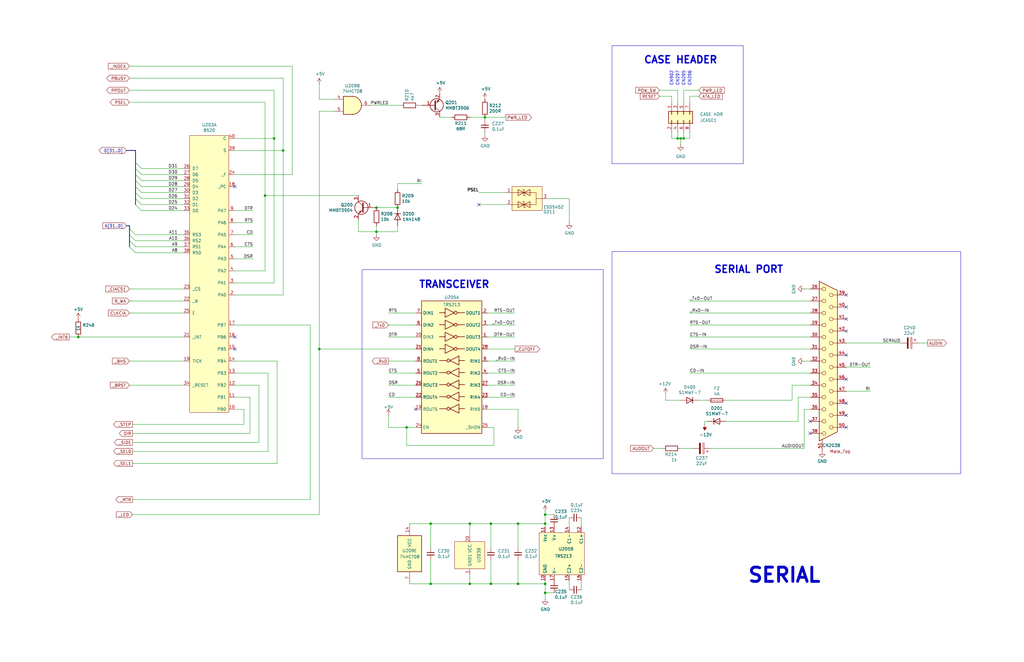
<source format=kicad_sch>
(kicad_sch (version 20231120) (generator "eeschema") (generator_version "8.0")
  (paper "B")
  (title_block (title "AMIGA PCI") (date "2025-04-07") (rev "5.1"))
  (junction (at 181.61 246.38))
  (junction (at 218.44 246.38))
  (junction (at 171.45 180.34))
  (junction (at 204.47 49.53))
  (junction (at 198.12 246.38))
  (junction (at 229.87 217.17))
  (junction (at 134.62 147.32))
  (junction (at 229.87 250.19))
  (junction (at 287.02 58.42))
  (junction (at 229.87 220.98))
  (junction (at 229.87 246.38))
  (junction (at 119.38 63.5))
  (junction (at 207.01 246.38))
  (junction (at 158.75 97.79))
  (junction (at 111.76 82.55))
  (junction (at 115.57 58.42))
  (junction (at 218.44 220.98))
  (junction (at 33.02 142.24))
  (junction (at 285.75 58.42))
  (junction (at 167.64 87.63))
  (junction (at 288.29 58.42))
  (junction (at 198.12 220.98))
  (junction (at 158.75 87.63))
  (junction (at 207.01 220.98))
  (junction (at 181.61 220.98))
  (no_connect (at 175.26 172.72))
  (no_connect (at 356.87 124.46))
  (no_connect (at 201.93 86.36))
  (no_connect (at 341.63 182.88))
  (no_connect (at 356.87 129.54))
  (no_connect (at 356.87 149.86))
  (no_connect (at 356.87 139.7))
  (no_connect (at 99.06 78.74))
  (no_connect (at 356.87 180.34))
  (no_connect (at 99.06 142.24))
  (no_connect (at 99.06 147.32))
  (no_connect (at 356.87 134.62))
  (no_connect (at 356.87 170.18))
  (no_connect (at 341.63 177.8))
  (no_connect (at 356.87 175.26))
  (no_connect (at 356.87 160.02))
  (bus_entry (at 59.69 71.12) (size -2.54 -2.54))
  (bus_entry (at 59.69 83.82) (size -2.54 -2.54))
  (bus_entry (at 59.69 86.36) (size -2.54 -2.54))
  (bus_entry (at 57.15 104.14) (size -2.54 -2.54))
  (bus_entry (at 59.69 81.28) (size -2.54 -2.54))
  (bus_entry (at 59.69 73.66) (size -2.54 -2.54))
  (bus_entry (at 59.69 76.2) (size -2.54 -2.54))
  (bus_entry (at 59.69 78.74) (size -2.54 -2.54))
  (bus_entry (at 57.15 99.06) (size -2.54 -2.54))
  (bus_entry (at 57.15 106.68) (size -2.54 -2.54))
  (bus_entry (at 59.69 88.9) (size -2.54 -2.54))
  (bus_entry (at 57.15 101.6) (size -2.54 -2.54))
  (wire (pts (xy 290.83 142.24) (xy 341.63 142.24)))
  (wire (pts (xy 198.12 246.38) (xy 207.01 246.38)))
  (wire (pts (xy 33.02 142.24) (xy 29.21 142.24)))
  (wire (pts (xy 205.74 142.24) (xy 217.17 142.24)))
  (wire (pts (xy 163.83 132.08) (xy 175.26 132.08)))
  (bus (pts (xy 54.61 96.52) (xy 54.61 99.06)))
  (wire (pts (xy 171.45 180.34) (xy 171.45 187.96)))
  (wire (pts (xy 198.12 220.98) (xy 198.12 226.06)))
  (wire (pts (xy 356.87 154.94) (xy 367.03 154.94)))
  (wire (pts (xy 171.45 187.96) (xy 208.28 187.96)))
  (wire (pts (xy 163.83 162.56) (xy 175.26 162.56)))
  (wire (pts (xy 185.42 49.53) (xy 190.5 49.53)))
  (wire (pts (xy 229.87 217.17) (xy 229.87 220.98)))
  (bus (pts (xy 57.15 81.28) (xy 57.15 83.82)))
  (wire (pts (xy 77.47 86.36) (xy 59.69 86.36)))
  (bus (pts (xy 57.15 68.58) (xy 57.15 71.12)))
  (wire (pts (xy 240.03 222.25) (xy 240.03 218.44)))
  (wire (pts (xy 55.88 217.17) (xy 134.62 217.17)))
  (bus (pts (xy 57.15 71.12) (xy 57.15 73.66)))
  (wire (pts (xy 116.84 195.58) (xy 55.88 195.58)))
  (wire (pts (xy 119.38 124.46) (xy 99.06 124.46)))
  (wire (pts (xy 134.62 46.99) (xy 140.97 46.99)))
  (wire (pts (xy 240.03 245.11) (xy 240.03 248.92)))
  (wire (pts (xy 205.74 172.72) (xy 218.44 172.72)))
  (bus (pts (xy 57.15 63.5) (xy 57.15 68.58)))
  (wire (pts (xy 341.63 172.72) (xy 339.09 172.72)))
  (wire (pts (xy 54.61 121.92) (xy 77.47 121.92)))
  (wire (pts (xy 134.62 41.91) (xy 134.62 35.56)))
  (wire (pts (xy 59.69 78.74) (xy 77.47 78.74)))
  (wire (pts (xy 290.83 55.88) (xy 290.83 58.42)))
  (wire (pts (xy 207.01 220.98) (xy 218.44 220.98)))
  (wire (pts (xy 99.06 58.42) (xy 115.57 58.42)))
  (wire (pts (xy 163.83 152.4) (xy 175.26 152.4)))
  (bus (pts (xy 57.15 76.2) (xy 57.15 78.74)))
  (wire (pts (xy 163.83 180.34) (xy 171.45 180.34)))
  (wire (pts (xy 113.03 157.48) (xy 113.03 190.5)))
  (wire (pts (xy 285.75 43.18) (xy 285.75 38.1)))
  (wire (pts (xy 181.61 246.38) (xy 172.72 246.38)))
  (wire (pts (xy 119.38 33.02) (xy 54.61 33.02)))
  (wire (pts (xy 287.02 60.96) (xy 287.02 58.42)))
  (wire (pts (xy 99.06 99.06) (xy 106.68 99.06)))
  (wire (pts (xy 77.47 162.56) (xy 54.61 162.56)))
  (wire (pts (xy 204.47 55.88) (xy 204.47 57.15)))
  (wire (pts (xy 306.07 177.8) (xy 336.55 177.8)))
  (wire (pts (xy 198.12 49.53) (xy 204.47 49.53)))
  (wire (pts (xy 77.47 142.24) (xy 33.02 142.24)))
  (wire (pts (xy 205.74 132.08) (xy 217.17 132.08)))
  (wire (pts (xy 77.47 81.28) (xy 59.69 81.28)))
  (wire (pts (xy 130.81 137.16) (xy 130.81 210.82)))
  (wire (pts (xy 290.83 127) (xy 341.63 127)))
  (wire (pts (xy 231.14 83.82) (xy 240.03 83.82)))
  (wire (pts (xy 99.06 109.22) (xy 106.68 109.22)))
  (wire (pts (xy 280.67 166.37) (xy 280.67 168.91)))
  (wire (pts (xy 111.76 82.55) (xy 111.76 114.3)))
  (wire (pts (xy 229.87 220.98) (xy 229.87 222.25)))
  (bus (pts (xy 53.34 95.25) (xy 54.61 95.25)))
  (wire (pts (xy 77.47 127) (xy 54.61 127)))
  (wire (pts (xy 99.06 162.56) (xy 109.22 162.56)))
  (wire (pts (xy 115.57 38.1) (xy 54.61 38.1)))
  (wire (pts (xy 163.83 137.16) (xy 175.26 137.16)))
  (wire (pts (xy 99.06 73.66) (xy 123.19 73.66)))
  (wire (pts (xy 201.93 86.36) (xy 213.36 86.36)))
  (wire (pts (xy 278.13 38.1) (xy 285.75 38.1)))
  (wire (pts (xy 205.74 167.64) (xy 217.17 167.64)))
  (wire (pts (xy 290.83 58.42) (xy 288.29 58.42)))
  (wire (pts (xy 181.61 220.98) (xy 198.12 220.98)))
  (wire (pts (xy 115.57 58.42) (xy 115.57 38.1)))
  (wire (pts (xy 205.74 162.56) (xy 217.17 162.56)))
  (wire (pts (xy 102.87 172.72) (xy 102.87 179.07)))
  (wire (pts (xy 290.83 137.16) (xy 341.63 137.16)))
  (wire (pts (xy 334.01 168.91) (xy 334.01 162.56)))
  (wire (pts (xy 290.83 43.18) (xy 290.83 40.64)))
  (wire (pts (xy 288.29 43.18) (xy 288.29 38.1)))
  (wire (pts (xy 339.09 152.4) (xy 341.63 152.4)))
  (wire (pts (xy 356.87 144.78) (xy 379.73 144.78)))
  (wire (pts (xy 158.75 97.79) (xy 167.64 97.79)))
  (wire (pts (xy 167.64 77.47) (xy 177.8 77.47)))
  (wire (pts (xy 336.55 167.64) (xy 341.63 167.64)))
  (wire (pts (xy 204.47 49.53) (xy 204.47 50.8)))
  (wire (pts (xy 111.76 82.55) (xy 151.13 82.55)))
  (wire (pts (xy 59.69 83.82) (xy 77.47 83.82)))
  (wire (pts (xy 163.83 175.26) (xy 163.83 180.34)))
  (wire (pts (xy 113.03 190.5) (xy 55.88 190.5)))
  (wire (pts (xy 283.21 43.18) (xy 283.21 40.64)))
  (wire (pts (xy 57.15 106.68) (xy 77.47 106.68)))
  (wire (pts (xy 163.83 157.48) (xy 175.26 157.48)))
  (wire (pts (xy 285.75 58.42) (xy 283.21 58.42)))
  (wire (pts (xy 77.47 99.06) (xy 57.15 99.06)))
  (wire (pts (xy 156.21 44.45) (xy 168.91 44.45)))
  (wire (pts (xy 283.21 40.64) (xy 278.13 40.64)))
  (wire (pts (xy 134.62 46.99) (xy 134.62 147.32)))
  (wire (pts (xy 172.72 220.98) (xy 181.61 220.98)))
  (wire (pts (xy 181.61 246.38) (xy 198.12 246.38)))
  (wire (pts (xy 198.12 242.57) (xy 198.12 246.38)))
  (wire (pts (xy 115.57 119.38) (xy 99.06 119.38)))
  (wire (pts (xy 158.75 87.63) (xy 167.64 87.63)))
  (wire (pts (xy 77.47 152.4) (xy 54.61 152.4)))
  (wire (pts (xy 218.44 236.22) (xy 218.44 246.38)))
  (wire (pts (xy 287.02 58.42) (xy 285.75 58.42)))
  (wire (pts (xy 176.53 44.45) (xy 177.8 44.45)))
  (wire (pts (xy 229.87 250.19) (xy 229.87 246.38)))
  (wire (pts (xy 290.83 132.08) (xy 341.63 132.08)))
  (bus (pts (xy 57.15 63.5) (xy 53.34 63.5)))
  (wire (pts (xy 245.11 245.11) (xy 245.11 248.92)))
  (bus (pts (xy 57.15 78.74) (xy 57.15 81.28)))
  (wire (pts (xy 181.61 220.98) (xy 181.61 231.14)))
  (wire (pts (xy 151.13 92.71) (xy 151.13 97.79)))
  (wire (pts (xy 205.74 157.48) (xy 217.17 157.48)))
  (wire (pts (xy 299.72 189.23) (xy 339.09 189.23)))
  (wire (pts (xy 123.19 27.94) (xy 54.61 27.94)))
  (wire (pts (xy 163.83 142.24) (xy 175.26 142.24)))
  (wire (pts (xy 77.47 76.2) (xy 59.69 76.2)))
  (wire (pts (xy 99.06 152.4) (xy 116.84 152.4)))
  (wire (pts (xy 229.87 250.19) (xy 233.68 250.19)))
  (wire (pts (xy 105.41 167.64) (xy 105.41 182.88)))
  (wire (pts (xy 218.44 220.98) (xy 229.87 220.98)))
  (wire (pts (xy 290.83 157.48) (xy 341.63 157.48)))
  (wire (pts (xy 163.83 167.64) (xy 175.26 167.64)))
  (wire (pts (xy 77.47 104.14) (xy 57.15 104.14)))
  (wire (pts (xy 207.01 220.98) (xy 207.01 231.14)))
  (wire (pts (xy 204.47 49.53) (xy 213.36 49.53)))
  (wire (pts (xy 218.44 246.38) (xy 229.87 246.38)))
  (wire (pts (xy 116.84 152.4) (xy 116.84 195.58)))
  (wire (pts (xy 77.47 101.6) (xy 57.15 101.6)))
  (wire (pts (xy 102.87 179.07) (xy 55.88 179.07)))
  (wire (pts (xy 167.64 80.01) (xy 167.64 77.47)))
  (bus (pts (xy 57.15 83.82) (xy 57.15 86.36)))
  (wire (pts (xy 290.83 147.32) (xy 341.63 147.32)))
  (wire (pts (xy 292.1 189.23) (xy 287.02 189.23)))
  (wire (pts (xy 181.61 236.22) (xy 181.61 246.38)))
  (wire (pts (xy 99.06 137.16) (xy 130.81 137.16)))
  (wire (pts (xy 208.28 187.96) (xy 208.28 180.34)))
  (wire (pts (xy 109.22 162.56) (xy 109.22 186.69)))
  (wire (pts (xy 111.76 43.18) (xy 54.61 43.18)))
  (bus (pts (xy 54.61 101.6) (xy 54.61 104.14)))
  (wire (pts (xy 288.29 55.88) (xy 288.29 58.42)))
  (wire (pts (xy 387.35 144.78) (xy 391.16 144.78)))
  (wire (pts (xy 99.06 88.9) (xy 106.68 88.9)))
  (wire (pts (xy 115.57 58.42) (xy 115.57 119.38)))
  (wire (pts (xy 229.87 215.9) (xy 229.87 217.17)))
  (wire (pts (xy 134.62 147.32) (xy 134.62 217.17)))
  (wire (pts (xy 205.74 137.16) (xy 217.17 137.16)))
  (wire (pts (xy 279.4 189.23) (xy 275.59 189.23)))
  (wire (pts (xy 334.01 162.56) (xy 341.63 162.56)))
  (wire (pts (xy 140.97 41.91) (xy 134.62 41.91)))
  (wire (pts (xy 59.69 73.66) (xy 77.47 73.66)))
  (wire (pts (xy 207.01 246.38) (xy 218.44 246.38)))
  (wire (pts (xy 105.41 182.88) (xy 55.88 182.88)))
  (wire (pts (xy 339.09 121.92) (xy 341.63 121.92)))
  (wire (pts (xy 240.03 83.82) (xy 240.03 93.98)))
  (wire (pts (xy 134.62 147.32) (xy 175.26 147.32)))
  (wire (pts (xy 151.13 97.79) (xy 158.75 97.79)))
  (bus (pts (xy 54.61 95.25) (xy 54.61 96.52)))
  (wire (pts (xy 356.87 165.1) (xy 367.03 165.1)))
  (wire (pts (xy 198.12 220.98) (xy 207.01 220.98)))
  (wire (pts (xy 158.75 97.79) (xy 158.75 95.25)))
  (wire (pts (xy 207.01 236.22) (xy 207.01 246.38)))
  (wire (pts (xy 99.06 63.5) (xy 119.38 63.5)))
  (wire (pts (xy 99.06 93.98) (xy 106.68 93.98)))
  (wire (pts (xy 229.87 245.11) (xy 229.87 246.38)))
  (wire (pts (xy 229.87 217.17) (xy 233.68 217.17)))
  (wire (pts (xy 288.29 58.42) (xy 287.02 58.42)))
  (wire (pts (xy 111.76 82.55) (xy 111.76 43.18)))
  (wire (pts (xy 205.74 152.4) (xy 217.17 152.4)))
  (wire (pts (xy 99.06 157.48) (xy 113.03 157.48)))
  (wire (pts (xy 99.06 167.64) (xy 105.41 167.64)))
  (wire (pts (xy 167.64 97.79) (xy 167.64 95.25)))
  (wire (pts (xy 297.18 179.07) (xy 297.18 177.8)))
  (wire (pts (xy 229.87 252.73) (xy 229.87 250.19)))
  (wire (pts (xy 158.75 99.06) (xy 158.75 97.79)))
  (wire (pts (xy 218.44 220.98) (xy 218.44 231.14)))
  (wire (pts (xy 297.18 177.8) (xy 298.45 177.8)))
  (wire (pts (xy 130.81 210.82) (xy 55.88 210.82)))
  (wire (pts (xy 119.38 63.5) (xy 119.38 33.02)))
  (wire (pts (xy 306.07 168.91) (xy 334.01 168.91)))
  (wire (pts (xy 288.29 38.1) (xy 294.64 38.1)))
  (wire (pts (xy 283.21 55.88) (xy 283.21 58.42)))
  (wire (pts (xy 99.06 172.72) (xy 102.87 172.72)))
  (wire (pts (xy 99.06 114.3) (xy 111.76 114.3)))
  (wire (pts (xy 201.93 81.28) (xy 213.36 81.28)))
  (wire (pts (xy 171.45 180.34) (xy 175.26 180.34)))
  (wire (pts (xy 245.11 222.25) (xy 245.11 218.44)))
  (wire (pts (xy 99.06 104.14) (xy 106.68 104.14)))
  (wire (pts (xy 285.75 55.88) (xy 285.75 58.42)))
  (wire (pts (xy 339.09 172.72) (xy 339.09 189.23)))
  (wire (pts (xy 208.28 180.34) (xy 205.74 180.34)))
  (bus (pts (xy 57.15 73.66) (xy 57.15 76.2)))
  (wire (pts (xy 123.19 73.66) (xy 123.19 27.94)))
  (wire (pts (xy 77.47 88.9) (xy 59.69 88.9)))
  (wire (pts (xy 77.47 71.12) (xy 59.69 71.12)))
  (wire (pts (xy 218.44 172.72) (xy 218.44 180.34)))
  (wire (pts (xy 280.67 168.91) (xy 287.02 168.91)))
  (wire (pts (xy 119.38 63.5) (xy 119.38 124.46)))
  (wire (pts (xy 109.22 186.69) (xy 55.88 186.69)))
  (wire (pts (xy 290.83 40.64) (xy 294.64 40.64)))
  (bus (pts (xy 54.61 99.06) (xy 54.61 101.6)))
  (wire (pts (xy 54.61 132.08) (xy 77.47 132.08)))
  (wire (pts (xy 298.45 168.91) (xy 294.64 168.91)))
  (wire (pts (xy 205.74 147.32) (xy 217.17 147.32)))
  (wire (pts (xy 336.55 177.8) (xy 336.55 167.64)))
  (rectangle (start 258.064 106.172) (end 405.13 199.898))
  (rectangle (start 152.654 113.792) (end 254.4 193.548))
  (rectangle (start 258.064 19.304) (end 313.436 69.088))
  (text "SERIAL" (at 314.96 246.38 0) (effects (font (size 6 6) (thickness 1.2) (bold yes)) (justify left bottom)))
  (text "SERIAL PORT" (at 300.99 115.57 0) (effects (font (size 3 3) (thickness 0.6) (bold yes)) (justify left bottom)))
  (text "CN205" (at 288.29 33.02 90) (effects (font (size 1.27 1.27))))
  (text "CASE HEADER" (at 287.02 25.4 0) (effects (font (size 3 3) (thickness 0.6) (bold yes))))
  (text "TRANSCEIVER" (at 176.53 121.92 0) (effects (font (size 3 3) (bold yes)) (justify left bottom)))
  (text "CN207" (at 285.75 33.02 90) (effects (font (size 1.27 1.27))))
  (text "CN206" (at 290.83 33.02 90) (effects (font (size 1.27 1.27))))
  (text "CN902" (at 283.21 33.02 90) (effects (font (size 1.27 1.27))))
  (label "D27" (at 74.93 81.28 180) (effects (font (size 1.2954 1.2954))))
  (label "RI" (at 367.03 165.1 180))
  (label "_TxD-OUT" (at 290.83 127 0))
  (label "PWRLED" (at 156.21 44.45 0))
  (label "DTR-OUT" (at 367.03 154.94 180))
  (label "CTS-IN" (at 290.83 142.24 0))
  (label "D28" (at 74.93 78.74 180) (effects (font (size 1.2954 1.2954))))
  (label "CD" (at 163.83 167.64 0))
  (label "CTS" (at 106.68 104.14 180))
  (label "_RxD-IN" (at 290.83 132.08 0))
  (label "RTS-OUT" (at 217.17 132.08 180))
  (label "RTS" (at 163.83 132.08 0))
  (label "CTS" (at 163.83 157.48 0))
  (label "D26" (at 74.93 83.82 180) (effects (font (size 1.2954 1.2954))))
  (label "DSR-IN" (at 290.83 147.32 0))
  (label "CTS-IN" (at 217.17 157.48 180))
  (label "CD-IN" (at 217.17 167.64 180))
  (label "SERAUD" (at 379.73 144.78 180))
  (label "_RxD-IN" (at 217.17 152.4 180))
  (label "DTR" (at 163.83 142.24 0))
  (label "A10" (at 74.93 101.6 180) (effects (font (size 1.2954 1.2954))))
  (label "RTS-OUT" (at 290.83 137.16 0))
  (label "DTR" (at 106.68 88.9 180))
  (label "A8" (at 74.93 106.68 180) (effects (font (size 1.2954 1.2954))))
  (label "D25" (at 74.93 86.36 180) (effects (font (size 1.2954 1.2954))))
  (label "A11" (at 74.93 99.06 180) (effects (font (size 1.2954 1.2954))))
  (label "DSR" (at 163.83 162.56 0))
  (label "RTS" (at 106.68 93.98 180))
  (label "DSR-IN" (at 217.17 162.56 180))
  (label "CD-IN" (at 290.83 157.48 0))
  (label "RI" (at 177.8 77.47 180))
  (label "CD" (at 106.68 99.06 180))
  (label "PSEL" (at 201.93 81.28 180) (effects (font (bold yes))))
  (label "DSR" (at 106.68 109.22 180))
  (label "D31" (at 74.93 71.12 180) (effects (font (size 1.2954 1.2954))))
  (label "DTR-OUT" (at 217.17 142.24 180))
  (label "D30" (at 74.93 73.66 180) (effects (font (size 1.2954 1.2954))))
  (label "_TxD-OUT" (at 217.17 137.16 180))
  (label "A9" (at 74.93 104.14 180) (effects (font (size 1.2954 1.2954))))
  (label "D29" (at 74.93 76.2 180) (effects (font (size 1.2954 1.2954))))
  (label "AUDIOOUT" (at 339.09 189.23 180))
  (label "D24" (at 74.93 88.9 180) (effects (font (size 1.2954 1.2954))))
  (global_label "_INDEX" (shape input) (at 54.61 27.94 180) (property "Intersheetrefs" "${INTERSHEET_REFS}" (at 45.1728 27.94 0) (effects (justify right))))
  (global_label "A[31..0]" (shape input) (at 53.34 95.25 180) (property "Intersheetrefs" "${INTERSHEET_REFS}" (at 42.8141 95.25 0) (effects (justify right))))
  (global_label "PWR_LED" (shape output) (at 213.36 49.53 0) (property "Intersheetrefs" "${INTERSHEET_REFS}" (at 224.7513 49.53 0) (effects (justify left))))
  (global_label "ATA_LED" (shape input) (at 294.64 40.64 0) (property "Intersheetrefs" "${INTERSHEET_REFS}" (at 305.1847 40.64 0) (effects (justify left))))
  (global_label "PWR_LED" (shape input) (at 294.64 38.1 0) (property "Intersheetrefs" "${INTERSHEET_REFS}" (at 306.0313 38.1 0) (effects (justify left))))
  (global_label "PSEL" (shape bidirectional) (at 54.61 43.18 180) (property "Intersheetrefs" "${INTERSHEET_REFS}" (at 45.9363 43.18 0) (effects (justify right))))
  (global_label "_SIDE" (shape output) (at 55.88 186.69 180) (property "Intersheetrefs" "${INTERSHEET_REFS}" (at 47.7733 186.69 0) (effects (justify right))))
  (global_label "RESET" (shape input) (at 278.13 40.64 180) (property "Intersheetrefs" "${INTERSHEET_REFS}" (at 269.3997 40.64 0) (effects (justify right))))
  (global_label "AUDIN" (shape output) (at 391.16 144.78 0) (property "Intersheetrefs" "${INTERSHEET_REFS}" (at 399.6902 144.78 0) (effects (justify left))))
  (global_label "D[31..0]" (shape bidirectional) (at 53.34 63.5 180) (effects (font (size 1.2954 1.2954))) (property "Intersheetrefs" "${INTERSHEET_REFS}" (at 41.2856 63.5 0) (effects (justify right))))
  (global_label "AUDOUT" (shape input) (at 275.59 189.23 180) (property "Intersheetrefs" "${INTERSHEET_REFS}" (at 265.3665 189.23 0) (effects (justify right))))
  (global_label "_TxD" (shape input) (at 163.83 137.16 180) (property "Intersheetrefs" "${INTERSHEET_REFS}" (at 156.6909 137.16 0) (effects (justify right))))
  (global_label "_RxD" (shape output) (at 163.83 152.4 180) (property "Intersheetrefs" "${INTERSHEET_REFS}" (at 156.3885 152.4 0) (effects (justify right))))
  (global_label "PPOUT" (shape bidirectional) (at 54.61 38.1 180) (property "Intersheetrefs" "${INTERSHEET_REFS}" (at 44.4243 38.1 0) (effects (justify right))))
  (global_label "_SEL1" (shape output) (at 55.88 195.58 180) (property "Intersheetrefs" "${INTERSHEET_REFS}" (at 47.4105 195.58 0) (effects (justify right))))
  (global_label "DIR" (shape output) (at 55.88 182.88 180) (property "Intersheetrefs" "${INTERSHEET_REFS}" (at 49.8294 182.88 0) (effects (justify right))))
  (global_label "PBUSY" (shape bidirectional) (at 54.61 33.02 180) (property "Intersheetrefs" "${INTERSHEET_REFS}" (at 44.4243 33.02 0) (effects (justify right))))
  (global_label "R_WA" (shape input) (at 54.61 127 180) (property "Intersheetrefs" "${INTERSHEET_REFS}" (at 46.8472 127 0) (effects (justify right))))
  (global_label "_MTR" (shape output) (at 55.88 210.82 180) (property "Intersheetrefs" "${INTERSHEET_REFS}" (at 48.3176 210.82 0) (effects (justify right))))
  (global_label "_CUTOFF" (shape output) (at 217.17 147.32 0) (property "Intersheetrefs" "${INTERSHEET_REFS}" (at 228.1192 147.32 0) (effects (justify left))))
  (global_label "POW_SW" (shape input) (at 278.13 38.1 180) (property "Intersheetrefs" "${INTERSHEET_REFS}" (at 267.4644 38.1 0) (effects (justify right))))
  (global_label "_SEL0" (shape output) (at 55.88 190.5 180) (property "Intersheetrefs" "${INTERSHEET_REFS}" (at 47.4105 190.5 0) (effects (justify right))))
  (global_label "_STEP" (shape output) (at 55.88 179.07 180) (property "Intersheetrefs" "${INTERSHEET_REFS}" (at 47.4105 179.07 0) (effects (justify right))))
  (global_label "_BRST" (shape input) (at 54.61 162.56 180) (property "Intersheetrefs" "${INTERSHEET_REFS}" (at 46.0195 162.56 0) (effects (justify right))))
  (global_label "_BHS" (shape input) (at 54.61 152.4 180) (property "Intersheetrefs" "${INTERSHEET_REFS}" (at 46.9266 152.4 0) (effects (justify right))))
  (global_label "_LED" (shape input) (at 55.88 217.17 180) (property "Intersheetrefs" "${INTERSHEET_REFS}" (at 48.5595 217.17 0) (effects (justify right))))
  (global_label "_CIACS1" (shape input) (at 54.61 121.92 180) (property "Intersheetrefs" "${INTERSHEET_REFS}" (at 44.0048 121.92 0) (effects (justify right))))
  (global_label "CLKCIA" (shape input) (at 54.61 132.08 180) (property "Intersheetrefs" "${INTERSHEET_REFS}" (at 45.1727 132.08 0) (effects (justify right))))
  (global_label "_INT6" (shape output) (at 29.21 142.24 180) (property "Intersheetrefs" "${INTERSHEET_REFS}" (at 21.1448 142.24 0) (effects (justify right))))
  (symbol (lib_id "power:GND") (at 218.44 180.34 0) (unit 1)
    (property "Reference" "#PWR023" (effects (hide yes)))
    (property "Value" "GND" (at 218.44 184.4755 0))
  )
  (symbol (lib_id "Transistor_BJT:MMBT3904") (at 153.67 87.63 0) (mirror y) (unit 1)
    (property "Reference" "Q200" (at 148.8186 86.4616 0) (effects (justify left)))
    (property "Value" "MMBT3904" (at 148.8186 88.773 0) (effects (justify left)))
    (property "Footprint" "Package_TO_SOT_SMD:SOT-23" (effects (hide yes)))
    (property "Datasheet" "https://www.onsemi.com/pdf/datasheet/pzt3904-d.pdf" (effects (hide yes)))
    (instances (project "AmigaPCI Mainboard" (path "" (reference "Q200") (unit 1))) (project "2000ATX" (path "" (reference "Q300") (unit 1))))
  )
  (symbol (lib_id "Transistor_BJT:MMBT3906") (at 182.88 44.45 0) (mirror x) (unit 1)
    (property "Reference" "Q201" (at 187.7314 43.2816 0) (effects (justify left)))
    (property "Value" "MMBT3906" (at 187.7314 45.593 0) (effects (justify left)))
    (property "Footprint" "Package_TO_SOT_SMD:SOT-23" (effects (hide yes)))
    (property "Datasheet" "https://www.onsemi.com/pdf/datasheet/pzt3906-d.pdf" (effects (hide yes)))
    (instances (project "AmigaPCI Mainboard" (path "" (reference "Q201") (unit 1))) (project "2000ATX" (path "" (reference "Q302") (unit 1))))
  )
  (symbol (lib_id "Device:R") (at 172.72 44.45 90) (unit 1)
    (property "Reference" "R210" (at 171.5516 42.672 0) (effects (justify left)))
    (property "Value" "4k7" (at 173.863 42.672 0) (effects (justify left)))
    (property "Footprint" "Resistor_SMD:R_0603_1608Metric" (effects (hide yes)))
    (instances (project "AmigaPCI Mainboard" (path "" (reference "R210") (unit 1))) (project "2000ATX" (path "" (reference "R902") (unit 1))))
  )
  (symbol (lib_id "Device:C_Small") (at 218.44 233.68 0) (unit 1)
    (property "Reference" "C232" (at 221.361 232.5116 0) (effects (justify left)))
    (property "Value" "0.1uF" (at 221.361 234.823 0) (effects (justify left)))
    (property "Footprint" "Capacitor_SMD:C_0603_1608Metric" (effects (hide yes)))
    (instances (project "AmigaPCI Mainboard" (path "" (reference "C232") (unit 1))) (project "2000ATX" (path "" (reference "C301") (unit 1))))
  )
  (symbol (lib_id "power:+5V") (at 134.62 35.56 0) (unit 1)
    (property "Reference" "#PWR0139" (effects (hide yes)))
    (property "Value" "+5V" (at 135.001 31.1658 0))
    (instances (project "AmigaPCI Mainboard" (path "" (reference "#PWR0139") (unit 1))) (project "2000ATX" (path "" (reference "#PWR0292") (unit 1))))
  )
  (symbol (lib_id "Device:C_Small") (at 233.68 219.71 0) (mirror x) (unit 1)
    (property "Reference" "C233" (at 233.934 215.8746 0) (effects (justify left)))
    (property "Value" "0.1uF" (at 233.934 218.186 0) (effects (justify left)))
    (property "Footprint" "Capacitor_SMD:C_0603_1608Metric" (effects (hide yes)))
    (instances (project "AmigaPCI Mainboard" (path "" (reference "C233") (unit 1))) (project "2000ATX" (path "" (reference "C301") (unit 1))))
  )
  (symbol (lib_id "power:GND") (at 229.87 252.73 0) (unit 1)
    (property "Reference" "#PWR0165" (effects (hide yes)))
    (property "Value" "GND" (at 229.997 257.1242 0))
    (instances (project "AmigaPCI Mainboard" (path "" (reference "#PWR0165") (unit 1))) (project "2000ATX" (path "" (reference "#PWR0328") (unit 1))))
  )
  (symbol (lib_id "Device:R") (at 158.75 91.44 0) (unit 1)
    (property "Reference" "R208" (at 160.528 90.2716 0) (effects (justify left)))
    (property "Value" "10k" (at 160.528 92.583 0) (effects (justify left)))
    (property "Footprint" "Resistor_SMD:R_0603_1608Metric" (effects (hide yes)))
    (instances (project "AmigaPCI Mainboard" (path "" (reference "R208") (unit 1))) (project "2000ATX" (path "" (reference "R305") (unit 1))))
  )
  (symbol (lib_id "power:+5V") (at 185.42 39.37 0) (unit 1)
    (property "Reference" "#PWR0144" (effects (hide yes)))
    (property "Value" "+5V" (at 185.801 34.9758 0))
    (instances (project "AmigaPCI Mainboard" (path "" (reference "#PWR0144") (unit 1))) (project "2000ATX" (path "" (reference "#PWR0293") (unit 1))))
  )
  (symbol (lib_id "power:-12V") (at 297.18 179.07 0) (mirror x) (unit 1)
    (property "Reference" "#PWR0185" (effects (hide yes)))
    (property "Value" "-12V" (at 297.561 183.4642 0))
    (instances (project "AmigaPCI Mainboard" (path "" (reference "#PWR0185") (unit 1))) (project "2000ATX" (path "" (reference "#PWR0313") (unit 1))))
  )
  (symbol (lib_id "Device:C_Polarized") (at 295.91 189.23 270) (mirror x) (unit 1)
    (property "Reference" "C237" (at 295.91 193.2686 90))
    (property "Value" "22uF" (at 295.91 195.58 90))
    (property "Footprint" "Capacitor_THT:CP_Radial_D5.0mm_P2.00mm" (effects (hide yes)))
    (instances (project "AmigaPCI Mainboard" (path "" (reference "C237") (unit 1))) (project "2000ATX" (path "" (reference "C318") (unit 1)) (path "" (reference "C318") (unit 1))))
  )
  (symbol (lib_id "Device:R") (at 167.64 83.82 0) (unit 1)
    (property "Reference" "R209" (at 169.418 82.6516 0) (effects (justify left)))
    (property "Value" "10k" (at 169.418 84.963 0) (effects (justify left)))
    (property "Footprint" "Resistor_SMD:R_0603_1608Metric" (effects (hide yes)))
    (instances (project "AmigaPCI Mainboard" (path "" (reference "R209") (unit 1))) (project "2000ATX" (path "" (reference "R306") (unit 1))))
  )
  (symbol (lib_id "Diode:1N4001") (at 302.26 177.8 0) (mirror x) (unit 1)
    (property "Reference" "D201" (at 302.26 172.2882 0))
    (property "Value" "S1MWF-7" (at 302.26 174.5996 0))
    (property "Footprint" "Diode_SMD:D_SOD-123F" (effects (hide yes)))
    (property "Datasheet" "http://www.vishay.com/docs/88503/1n4001.pdf" (effects (hide yes)))
    (instances (project "AmigaPCI Mainboard" (path "" (reference "D201") (unit 1))) (project "2000ATX" (path "" (reference "D401") (unit 1))))
  )
  (symbol (lib_id "Device:R") (at 33.02 138.43 0) (unit 1)
    (property "Reference" "R248" (at 34.798 137.2616 0) (effects (justify left)))
    (property "Value" "1k" (at 33.02 139.7 90) (effects (justify left)))
    (property "Footprint" "Resistor_SMD:R_0603_1608Metric" (effects (hide yes)))
  )
  (symbol (lib_id "AmigaPCI-Symbols:MOS 8520") (at 198.12 234.95 0) (unit 2)
    (property "Reference" "U203" (at 201.93 237.49 90) (effects (justify left)))
    (property "Value" "8520" (effects (hide yes)))
    (property "Footprint" "Package_DIP:DIP-40_W15.24mm_Socket" (effects (hide yes)))
    (instances (project "AmigaPCI Mainboard" (path "" (reference "U203") (unit 2))) (project "2000ATX" (path "" (reference "U301") (unit 2))))
  )
  (symbol (lib_name "GND_1") (lib_id "power:GND") (at 287.02 60.96 0) (unit 1)
    (property "Reference" "#PWR32" (effects (hide yes)))
    (property "Value" "GND" (at 287.02 66.04 0))
    (property "Description" "Power symbol creates a global label with name \"GND\" , ground" (effects (hide yes)))
  )
  (symbol (lib_id "power:+5V") (at 163.83 175.26 0) (unit 1)
    (property "Reference" "#PWR083" (effects (hide yes)))
    (property "Value" "+5V" (at 163.83 171.7581 0))
  )
  (symbol (lib_id "Diode:1N4001") (at 290.83 168.91 0) (mirror y) (unit 1)
    (property "Reference" "D400" (at 290.83 163.3982 0))
    (property "Value" "S1MWF-7" (at 290.83 165.7096 0))
    (property "Footprint" "Diode_SMD:D_SOD-123F" (effects (hide yes)))
    (property "Datasheet" "http://www.vishay.com/docs/88503/1n4001.pdf" (effects (hide yes)))
  )
  (symbol (lib_id "Device:R") (at 204.47 45.72 0) (unit 1)
    (property "Reference" "R212" (at 206.248 44.5516 0) (effects (justify left)))
    (property "Value" "200R" (at 206.248 46.863 0) (effects (justify left)))
    (property "Footprint" "Resistor_SMD:R_0603_1608Metric" (effects (hide yes)))
    (instances (project "AmigaPCI Mainboard" (path "" (reference "R212") (unit 1))) (project "2000ATX" (path "" (reference "R308") (unit 1))))
  )
  (symbol (lib_name "+5V_1") (lib_id "power:+5V") (at 33.02 134.62 0) (unit 1)
    (property "Reference" "#PWR0132" (effects (hide yes)))
    (property "Value" "+5V" (at 33.02 130.556 0))
    (property "Description" "Power symbol creates a global label with name \"+5V\"" (effects (hide yes)))
  )
  (symbol (lib_id "power:GND") (at 158.75 99.06 0) (unit 1)
    (property "Reference" "#PWR0154" (effects (hide yes)))
    (property "Value" "GND" (at 158.877 103.4542 0))
    (instances (project "AmigaPCI Mainboard" (path "" (reference "#PWR0154") (unit 1))) (project "2000ATX" (path "" (reference "#PWR0315") (unit 1))))
  )
  (symbol (lib_id "Device:C_Small") (at 242.57 248.92 270) (unit 1)
    (property "Reference" "C236" (at 240.538 251.9426 90) (effects (justify left)))
    (property "Value" "0.1uF" (at 240.538 254.254 90) (effects (justify left)))
    (property "Footprint" "Capacitor_SMD:C_0603_1608Metric" (effects (hide yes)))
    (instances (project "AmigaPCI Mainboard" (path "" (reference "C236") (unit 1))) (project "2000ATX" (path "" (reference "C301") (unit 1))))
  )
  (symbol (lib_id "Device:C_Small") (at 181.61 233.68 0) (unit 1)
    (property "Reference" "C230" (at 184.531 232.5116 0) (effects (justify left)))
    (property "Value" "0.1uF" (at 184.531 234.823 0) (effects (justify left)))
    (property "Footprint" "Capacitor_SMD:C_0603_1608Metric" (effects (hide yes)))
    (instances (project "AmigaPCI Mainboard" (path "" (reference "C230") (unit 1))) (project "2000ATX" (path "" (reference "C303") (unit 1))))
  )
  (symbol (lib_id "Diode:1N4148") (at 167.64 91.44 270) (unit 1)
    (property "Reference" "D200" (at 169.672 90.2716 90) (effects (justify left)))
    (property "Value" "1N4148" (at 169.672 92.583 90) (effects (justify left)))
    (property "Footprint" "Diode_SMD:D_SOD-323" (effects (hide yes)))
    (property "Datasheet" "https://assets.nexperia.com/documents/data-sheet/1N4148_1N4448.pdf" (effects (hide yes)))
    (property "pART" "1N4148WSTR" (effects (hide yes)))
    (instances (project "AmigaPCI Mainboard" (path "" (reference "D200") (unit 1))) (project "2000ATX" (path "" (reference "D300") (unit 1))))
  )
  (symbol (lib_id "74xx:74LS08") (at 172.72 233.68 0) (unit 5)
    (property "Reference" "U209" (at 172.72 232.41 0))
    (property "Value" "74HCT08" (at 172.72 234.95 0))
    (property "Footprint" "Package_SO:TSSOP-14_4.4x5mm_P0.65mm" (effects (hide yes)))
    (property "Datasheet" "http://www.ti.com/lit/gpn/sn74LS08" (effects (hide yes)))
    (instances (project "AmigaPCI Mainboard" (path "" (reference "U209") (unit 5))) (project "2000ATX" (path "" (reference "U303") (unit 5))))
  )
  (symbol (lib_id "Device:C_Small") (at 233.68 247.65 0) (unit 1)
    (property "Reference" "C235" (at 233.934 249.682 0) (effects (justify left)))
    (property "Value" "0.1uF" (at 233.934 251.9934 0) (effects (justify left)))
    (property "Footprint" "Capacitor_SMD:C_0603_1608Metric" (effects (hide yes)))
    (instances (project "AmigaPCI Mainboard" (path "" (reference "C235") (unit 1))) (project "2000ATX" (path "" (reference "C301") (unit 1))))
  )
  (symbol (lib_id "power:+12V") (at 280.67 166.37 0) (mirror y) (unit 1)
    (property "Reference" "#PWR0184" (effects (hide yes)))
    (property "Value" "+12V" (at 280.289 161.9758 0))
    (instances (project "AmigaPCI Mainboard" (path "" (reference "#PWR0184") (unit 1))) (project "2000ATX" (path "" (reference "#PWR0312") (unit 1))))
  )
  (symbol (lib_id "AmigaPCI-Symbols:TRS213") (at 190.5 154.94 0) (unit 1)
    (property "Reference" "U205" (at 190.5 125.476 0))
    (property "Value" "TRS213" (at 190.5 128.5781 0))
    (property "Footprint" "Package_SO:SSOP-28_5.3x10.2mm_P0.65mm" (effects (hide yes)))
    (property "Datasheet" "https://www.ti.com/lit/ds/symlink/trs213.pdf" (effects (hide yes)))
    (property "Part Number" "TRS213IDB" (effects (hide yes)))
  )
  (symbol (lib_id "Device:C_Polarized") (at 383.54 144.78 270) (unit 1)
    (property "Reference" "C240" (at 383.54 138.303 90))
    (property "Value" "22uF" (at 383.54 140.6144 90))
    (property "Footprint" "Capacitor_THT:CP_Radial_D5.0mm_P2.00mm" (effects (hide yes)))
    (instances (project "AmigaPCI Mainboard" (path "" (reference "C240") (unit 1))) (project "2000ATX" (path "" (reference "C317") (unit 1)) (path "" (reference "C317") (unit 1))))
  )
  (symbol (lib_id "Device:Fuse") (at 302.26 168.91 90) (mirror x) (unit 1)
    (property "Reference" "F2" (at 302.26 163.9062 90))
    (property "Value" "4A" (at 302.26 166.2176 90))
    (property "Footprint" "Fuse:Fuse_1206_3216Metric" (effects (hide yes)))
  )
  (symbol (lib_id "AmigaPCI-Symbols:TRS213") (at 237.49 233.68 0) (unit 2)
    (property "Reference" "U205" (at 235.458 231.648 0) (effects (justify left)))
    (property "Value" "TRS213" (at 233.934 234.696 0) (effects (justify left)))
    (property "Footprint" "Package_SO:SSOP-28_5.3x10.2mm_P0.65mm" (effects (hide yes)))
    (property "Datasheet" "https://www.ti.com/lit/ds/symlink/trs213.pdf" (effects (hide yes)))
    (property "Part Number" "TRS213IDB" (effects (hide yes)))
  )
  (symbol (lib_id "Device:C_Small") (at 242.57 218.44 270) (mirror x) (unit 1)
    (property "Reference" "C234" (at 240.538 215.4174 90) (effects (justify left)))
    (property "Value" "0.1uF" (at 240.538 213.106 90) (effects (justify left)))
    (property "Footprint" "Capacitor_SMD:C_0603_1608Metric" (effects (hide yes)))
    (instances (project "AmigaPCI Mainboard" (path "" (reference "C234") (unit 1))) (project "2000ATX" (path "" (reference "C301") (unit 1))))
  )
  (symbol (lib_id "Device:C_Small") (at 207.01 233.68 0) (unit 1)
    (property "Reference" "C231" (at 209.931 232.5116 0) (effects (justify left)))
    (property "Value" "0.1uF" (at 209.931 234.823 0) (effects (justify left)))
    (property "Footprint" "Capacitor_SMD:C_0603_1608Metric" (effects (hide yes)))
    (instances (project "AmigaPCI Mainboard" (path "" (reference "C231") (unit 1))) (project "2000ATX" (path "" (reference "C301") (unit 1))))
  )
  (symbol (lib_id "power:+5V") (at 204.47 41.91 0) (unit 1)
    (property "Reference" "#PWR0145" (effects (hide yes)))
    (property "Value" "+5V" (at 204.851 37.5158 0))
    (instances (project "AmigaPCI Mainboard" (path "" (reference "#PWR0145") (unit 1))) (project "2000ATX" (path "" (reference "#PWR0295") (unit 1))))
  )
  (symbol (lib_id "power:GND") (at 339.09 121.92 270) (unit 1)
    (property "Reference" "#PWR0174" (effects (hide yes)))
    (property "Value" "GND" (at 334.6958 122.047 0))
    (instances (project "AmigaPCI Mainboard" (path "" (reference "#PWR0174") (unit 1))) (project "2000ATX" (path "" (reference "#PWR0307") (unit 1))))
  )
  (symbol (lib_id "74xx:74LS08") (at 148.59 44.45 0) (unit 2)
    (property "Reference" "U209" (at 148.59 36.195 0))
    (property "Value" "74HCT08" (at 148.59 38.5064 0))
    (property "Footprint" "Package_SO:TSSOP-14_4.4x5mm_P0.65mm" (effects (hide yes)))
    (property "Datasheet" "http://www.ti.com/lit/gpn/sn74LS08" (effects (hide yes)))
    (instances (project "AmigaPCI Mainboard" (path "" (reference "U209") (unit 2))) (project "2000ATX" (path "" (reference "U303") (unit 2))))
  )
  (symbol (lib_id "Device:R") (at 194.31 49.53 270) (unit 1)
    (property "Reference" "R211" (at 194.31 52.0446 90))
    (property "Value" "68R" (at 194.31 54.356 90))
    (property "Footprint" "Resistor_SMD:R_0603_1608Metric" (effects (hide yes)))
    (instances (project "AmigaPCI Mainboard" (path "" (reference "R211") (unit 1))) (project "2000ATX" (path "" (reference "R307") (unit 1))))
  )
  (symbol (lib_id "AmigaPCI-Symbols:DB25_Stack_FemaleAndMale") (at 349.25 152.4 0) (unit 2)
    (property "Reference" "CN203" (at 346.71 187.96 0) (effects (justify left)))
    (property "Value" "DB25_Stack_FemaleAndMale" (effects (hide yes)))
    (property "Footprint" "AmigaPCI:DSUB-25_Stack_Female_Bottom_Male_Top" (effects (hide yes)))
    (property "Datasheet" " ~" (effects (hide yes)))
    (instances (project "AmigaPCI Mainboard" (path "" (reference "CN203") (unit 2))) (project "2000ATX" (path "" (reference "CN305") (unit 2))))
  )
  (symbol (lib_id "AmigaPCI-Symbols:MOS 8520") (at 88.9 109.22 0) (unit 1)
    (property "Reference" "U203" (at 88.265 52.705 0))
    (property "Value" "8520" (at 88.265 55.0164 0))
    (property "Footprint" "Package_DIP:DIP-40_W15.24mm_Socket" (effects (hide yes)))
    (instances (project "AmigaPCI Mainboard" (path "" (reference "U203") (unit 1))) (project "2000ATX" (path "" (reference "U301") (unit 1))))
  )
  (symbol (lib_id "AmigaPCI-Symbols:ESDS452") (at 222.25 82.55 0) (mirror y) (unit 1)
    (property "Reference" "D211" (at 231.648 89.408 0))
    (property "Value" "ESDS452" (at 233.426 87.376 0))
    (property "Footprint" "AmigaPCI:SOT-23" (effects (hide yes)))
    (property "Datasheet" "https://www.ti.com/lit/ds/symlink/esds452.pdf?ts=1721984995680&ref_url=https%253A%252F%252Fwww.ti.com%252Fproduct%252FESDS452%253Fbm-verify%253DAAQAAAAJ______nQhGVU8Z7eml6g06MJuArerdvJtlpRaKwiN17ps8vFamsVh9Deep4BlrW-_1vhdIBHtFgC600C9KSNvCvgF1TA6XVnmqO6NzUdcOnPB_IbBBz5PIgcb1iF26LLkd4hSzpXb7XP5O0ZJem4qGA-OWwlFOQ8t6R0Dwj4b2Mqz7D9PsKtEyen7EAoX2d8CCHMZSyWQK7JCx3bNlGbpJwrkKM8-R9gjxNQaPp_awuITtiI-ZY5aaGhGoeYUvxemcfvvUOgHLEny18MLiXg9qNxe5jWEjSKfZXhvgtOXClxiOJWKWTXdbh6_g_QH9Zz74bPT_3qNB1HY2y-YOkT0H6Eh-vV69KinIhE6w6QJUZMBf1w1Q" (effects (hide yes)))
    (property "Description" "ESD protection diode" (effects (hide yes)))
  )
  (symbol (lib_id "power:GND") (at 240.03 93.98 0) (unit 1)
    (property "Reference" "#PWR373" (effects (hide yes)))
    (property "Value" "GND" (at 240.157 98.3742 0))
  )
  (symbol (lib_id "power:GND") (at 346.71 190.5 0) (unit 1)
    (property "Reference" "#PWR098" (effects (hide yes)))
    (property "Value" "GND" (at 346.71 194.6355 0))
  )
  (symbol (lib_id "Connector_Generic:Conn_02x04_Odd_Even") (at 285.75 48.26 90) (mirror x) (unit 1)
    (property "Reference" "JCASE1" (at 295.148 50.8 90) (effects (justify right)))
    (property "Value" "CASE HDR" (at 295.148 48.26 90) (effects (justify right)))
    (property "Footprint" "Connector_PinHeader_2.54mm:PinHeader_2x04_P2.54mm_Vertical" (effects (hide yes)))
    (property "Description" "Generic connector, double row, 02x04, odd/even pin numbering scheme (row 1 odd numbers, row 2 even numbers), script generated (kicad-library-utils/schlib/autogen/connector/)" (effects (hide yes)))
  )
  (symbol (lib_id "Device:C_Small") (at 204.47 53.34 0) (unit 1)
    (property "Reference" "C227" (at 207.391 52.1716 0) (effects (justify left)))
    (property "Value" "0.1uF" (at 207.391 54.483 0) (effects (justify left)))
    (property "Footprint" "Capacitor_SMD:C_0603_1608Metric" (effects (hide yes)))
    (instances (project "AmigaPCI Mainboard" (path "" (reference "C227") (unit 1))) (project "2000ATX" (path "" (reference "C919") (unit 1))))
  )
  (symbol (lib_id "power:GND") (at 204.47 57.15 0) (unit 1)
    (property "Reference" "#PWR0146" (effects (hide yes)))
    (property "Value" "GND" (at 204.597 61.5442 0))
    (instances (project "AmigaPCI Mainboard" (path "" (reference "#PWR0146") (unit 1))) (project "2000ATX" (path "" (reference "#PWR0294") (unit 1))))
  )
  (symbol (lib_id "Device:R") (at 283.21 189.23 90) (mirror x) (unit 1)
    (property "Reference" "R214" (at 285.496 191.7446 90) (effects (justify left)))
    (property "Value" "1k" (at 285.496 194.056 90) (effects (justify left)))
    (property "Footprint" "Resistor_SMD:R_0603_1608Metric" (effects (hide yes)))
    (instances (project "AmigaPCI Mainboard" (path "" (reference "R214") (unit 1))) (project "2000ATX" (path "" (reference "R302") (unit 1))))
  )
  (symbol (lib_id "power:GND") (at 339.09 152.4 270) (unit 1)
    (property "Reference" "#PWR0161" (effects (hide yes)))
    (property "Value" "GND" (at 334.6958 152.527 0))
    (instances (project "AmigaPCI Mainboard" (path "" (reference "#PWR0161") (unit 1))) (project "2000ATX" (path "" (reference "#PWR0306") (unit 1))))
  )
  (symbol (lib_id "power:+5V") (at 229.87 215.9 0) (unit 1)
    (property "Reference" "#PWR0164" (effects (hide yes)))
    (property "Value" "+5V" (at 230.251 211.5058 0))
    (instances (project "AmigaPCI Mainboard" (path "" (reference "#PWR0164") (unit 1))) (project "2000ATX" (path "" (reference "#PWR0329") (unit 1))))
  )
)
</source>
